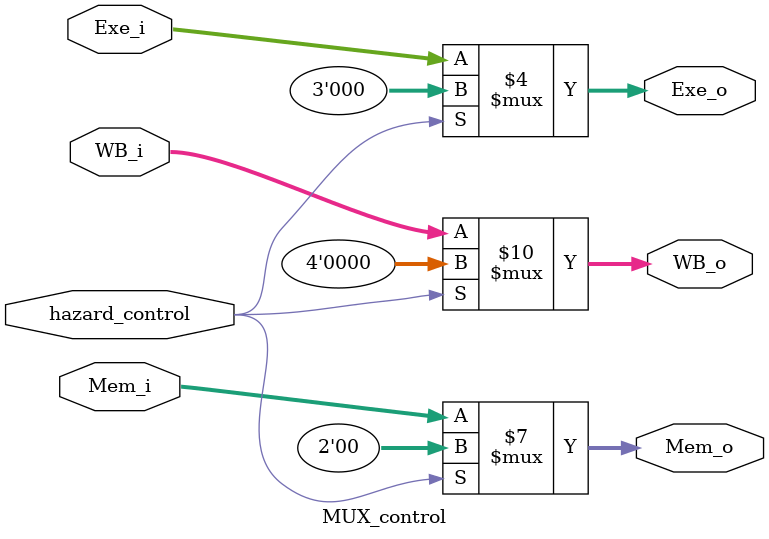
<source format=v>
`timescale 1ns/1ps

module MUX_control(
    input [3:0] WB_i,           //4 bit，MemToReg(拆成兩個WriteBack) 和 RegWite 和 jump
    input [1:0] Mem_i,          //2 bit，MemWrite 和 MemRead，沒有 branch因為 branch 移到L2了
    input [2:0] Exe_i,          //3 bit，ALU_src *1 和 ALU op*2
    input       hazard_control,
    output reg [3:0] WB_o,
    output reg [1:0] Mem_o,
    output reg [2:0] Exe_o
);
/* Write your code HERE */
always @(*) begin
    if (hazard_control == 1'b1)begin //發生 hazard，全部歸0
        WB_o <= 4'b0;
        Mem_o <= 2'b0;
        Exe_o <= 3'b0;
    end
    else begin //照常輸出
        WB_o <= WB_i;
        Mem_o <= Mem_i;
        Exe_o <= Exe_i;
    end
end
endmodule


</source>
